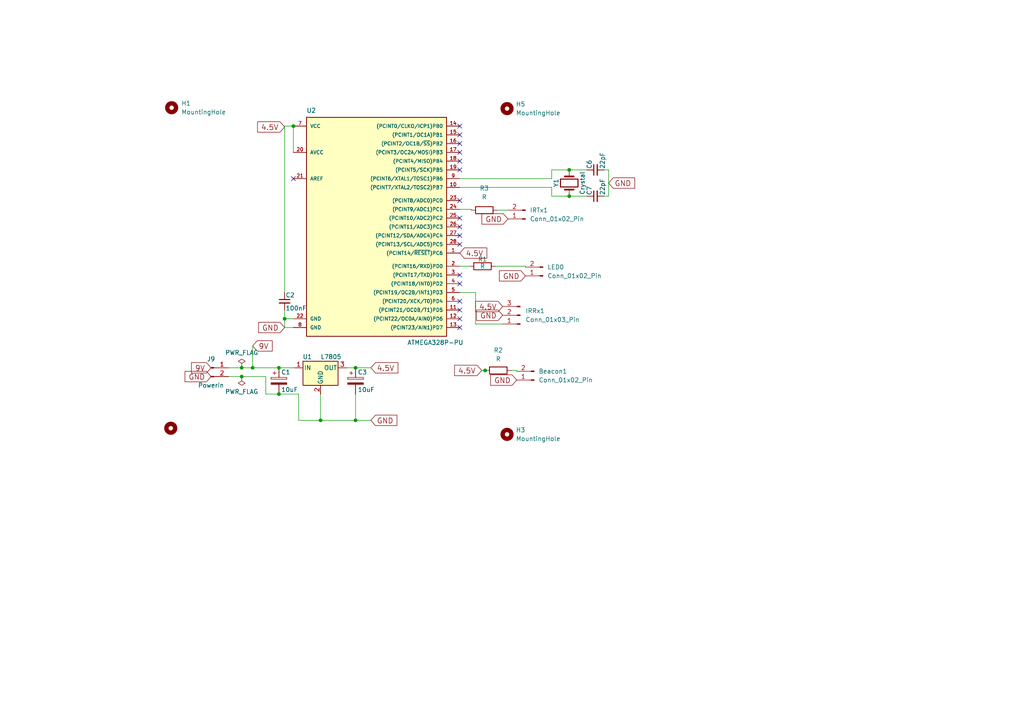
<source format=kicad_sch>
(kicad_sch (version 20250114) (generator "eeschema") (generator_version "9.0")
  (paper "A4")
  (lib_symbols
    (symbol "Connector:Conn_01x02_Pin" (pin_names (offset 1.016) (hide yes))
      (property "Reference" "J" (at 0 2.54 0))
      (property "Value" "Conn_01x02_Pin" (at 0 -5.08 0))
      (symbol "Conn_01x02_Pin_1_1"
        (rectangle (start 0.8636 0.127) (end 0 -0.127) (stroke (width 0.1524)) (fill (type outline)))
        (rectangle (start 0.8636 -2.413) (end 0 -2.667) (stroke (width 0.1524)) (fill (type outline)))
        (polyline (pts (xy 1.27 0) (xy 0.8636 0)) (stroke (width 0.1524)))
        (polyline (pts (xy 1.27 -2.54) (xy 0.8636 -2.54)) (stroke (width 0.1524)))
        (pin passive line (at 5.08 0 180) (length 3.81) (name "Pin_1") (number "1"))
        (pin passive line (at 5.08 -2.54 180) (length 3.81) (name "Pin_2") (number "2"))
      )
    )
    (symbol "Connector:Conn_01x03_Pin" (pin_names (offset 1.016) (hide yes))
      (property "Reference" "J" (at 0 5.08 0))
      (property "Value" "Conn_01x03_Pin" (at 0 -5.08 0))
      (symbol "Conn_01x03_Pin_1_1"
        (rectangle (start 0.8636 2.667) (end 0 2.413) (stroke (width 0.1524)) (fill (type outline)))
        (rectangle (start 0.8636 0.127) (end 0 -0.127) (stroke (width 0.1524)) (fill (type outline)))
        (rectangle (start 0.8636 -2.413) (end 0 -2.667) (stroke (width 0.1524)) (fill (type outline)))
        (polyline (pts (xy 1.27 2.54) (xy 0.8636 2.54)) (stroke (width 0.1524)))
        (polyline (pts (xy 1.27 0) (xy 0.8636 0)) (stroke (width 0.1524)))
        (polyline (pts (xy 1.27 -2.54) (xy 0.8636 -2.54)) (stroke (width 0.1524)))
        (pin passive line (at 5.08 2.54 180) (length 3.81) (name "Pin_1") (number "1"))
        (pin passive line (at 5.08 0 180) (length 3.81) (name "Pin_2") (number "2"))
        (pin passive line (at 5.08 -2.54 180) (length 3.81) (name "Pin_3") (number "3"))
      )
    )
    (symbol "Device:R" (pin_numbers (hide yes)) (pin_names (offset 0))
      (property "Reference" "R" (at 2.032 0 90))
      (property "Value" "R" (at 0 0 90))
      (symbol "R_0_1"
        (rectangle (start -1.016 -2.54) (end 1.016 2.54) (stroke (width 0.254)))
      )
      (symbol "R_1_1"
        (pin passive line (at 0 3.81 270) (length 1.27) (name "~") (number "1"))
        (pin passive line (at 0 -3.81 90) (length 1.27) (name "~") (number "2"))
      )
    )
    (symbol "Mechanical:MountingHole" (pin_names (offset 1.016)) (in_bom no)
      (property "Reference" "H" (at 0 5.08 0))
      (property "Value" "MountingHole" (at 0 3.175 0))
      (symbol "MountingHole_0_1"
        (circle (center 0 0) (radius 1.27) (stroke (width 1.27)))
      )
    )
    (symbol "custom:ATMEGA328P-PU" (pin_names (offset 1.016))
      (property "Reference" "U" (at -19.05 31.75 0))
      (property "Value" "ATMEGA328P-PU" (at 10.16 -35.56 0))
      (symbol "ATMEGA328P-PU_0_1"
        (rectangle (start -19.05 30.48) (end 21.59 -33.02) (stroke (width 0.254)) (fill (type background)))
      )
      (symbol "ATMEGA328P-PU_1_1"
        (pin power_in line (at -22.86 27.94 0) (length 3.81) (name "VCC") (number "7"))
        (pin power_in line (at -22.86 20.32 0) (length 3.81) (name "AVCC") (number "20"))
        (pin bidirectional line (at -22.86 12.7 0) (length 3.81) (name "AREF") (number "21"))
        (pin power_in line (at -22.86 -27.94 0) (length 3.81) (name "GND") (number "22"))
        (pin power_in line (at -22.86 -30.48 0) (length 3.81) (name "GND") (number "8"))
        (pin bidirectional line (at 25.4 27.94 180) (length 3.81) (name "(PCINT0/CLKO/ICP1)PB0") (number "14"))
        (pin bidirectional line (at 25.4 25.4 180) (length 3.81) (name "(PCINT1/OC1A)PB1") (number "15"))
        (pin bidirectional line (at 25.4 22.86 180) (length 3.81) (name "(PCINT2/OC1B/~{SS})PB2") (number "16"))
        (pin bidirectional line (at 25.4 20.32 180) (length 3.81) (name "(PCINT3/OC2A/MOSI)PB3") (number "17"))
        (pin bidirectional line (at 25.4 17.78 180) (length 3.81) (name "(PCINT4/MISO)PB4") (number "18"))
        (pin bidirectional line (at 25.4 15.24 180) (length 3.81) (name "(PCINT5/SCK)PB5") (number "19"))
        (pin bidirectional line (at 25.4 12.7 180) (length 3.81) (name "(PCINT6/XTAL1/TOSC1)PB6") (number "9"))
        (pin bidirectional line (at 25.4 10.16 180) (length 3.81) (name "(PCINT7/XTAL2/TOSC2)PB7") (number "10"))
        (pin bidirectional line (at 25.4 6.35 180) (length 3.81) (name "(PCINT8/ADC0)PC0") (number "23"))
        (pin bidirectional line (at 25.4 3.81 180) (length 3.81) (name "(PCINT9/ADC1)PC1") (number "24"))
        (pin bidirectional line (at 25.4 1.27 180) (length 3.81) (name "(PCINT10/ADC2)PC2") (number "25"))
        (pin bidirectional line (at 25.4 -1.27 180) (length 3.81) (name "(PCINT11/ADC3)PC3") (number "26"))
        (pin bidirectional line (at 25.4 -3.81 180) (length 3.81) (name "(PCINT12/SDA/ADC4)PC4") (number "27"))
        (pin bidirectional line (at 25.4 -6.35 180) (length 3.81) (name "(PCINT13/SCL/ADC5)PC5") (number "28"))
        (pin bidirectional line (at 25.4 -8.89 180) (length 3.81) (name "(PCINT14/~{RESET})PC6") (number "1"))
        (pin bidirectional line (at 25.4 -12.7 180) (length 3.81) (name "(PCINT16/RXD)PD0") (number "2"))
        (pin bidirectional line (at 25.4 -15.24 180) (length 3.81) (name "(PCINT17/TXD)PD1") (number "3"))
        (pin bidirectional line (at 25.4 -17.78 180) (length 3.81) (name "(PCINT18/INT0)PD2") (number "4"))
        (pin bidirectional line (at 25.4 -20.32 180) (length 3.81) (name "(PCINT19/OC2B/INT1)PD3") (number "5"))
        (pin bidirectional line (at 25.4 -22.86 180) (length 3.81) (name "(PCINT20/XCK/T0)PD4") (number "6"))
        (pin bidirectional line (at 25.4 -25.4 180) (length 3.81) (name "(PCINT21/OC0B/T1)PD5") (number "11"))
        (pin bidirectional line (at 25.4 -27.94 180) (length 3.81) (name "(PCINT22/OC0A/AIN0)PD6") (number "12"))
        (pin bidirectional line (at 25.4 -30.48 180) (length 3.81) (name "(PCINT23/AIN1)PD7") (number "13"))
      )
    )
    (symbol "custom:CP" (pin_numbers (hide yes)) (pin_names (offset 0.254))
      (property "Reference" "C" (at 0.635 2.54 0))
      (property "Value" "CP" (at 0.635 -2.54 0))
      (symbol "CP_0_1"
        (rectangle (start -2.286 0.508) (end -2.286 1.016))
        (rectangle (start -2.286 0.508) (end 2.286 0.508))
        (polyline (pts (xy -1.778 2.286) (xy -0.762 2.286)))
        (polyline (pts (xy -1.27 2.794) (xy -1.27 1.778)))
        (rectangle (start 2.286 1.016) (end -2.286 1.016))
        (rectangle (start 2.286 1.016) (end 2.286 0.508))
        (rectangle (start 2.286 -0.508) (end -2.286 -1.016) (fill (type outline)))
      )
      (symbol "CP_1_1"
        (pin passive line (at 0 3.81 270) (length 2.794) (name "~") (number "1"))
        (pin passive line (at 0 -3.81 90) (length 2.794) (name "~") (number "2"))
      )
    )
    (symbol "custom:C_Small" (pin_numbers (hide yes)) (pin_names (offset 0.254) (hide yes))
      (property "Reference" "C" (at 0.254 1.778 0))
      (property "Value" "C_Small" (at 0.254 -2.032 0))
      (symbol "C_Small_0_1"
        (polyline (pts (xy -1.524 0.508) (xy 1.524 0.508)) (stroke (width 0.3048)))
        (polyline (pts (xy -1.524 -0.508) (xy 1.524 -0.508)) (stroke (width 0.3302)))
      )
      (symbol "C_Small_1_1"
        (pin passive line (at 0 2.54 270) (length 2.032) (name "~") (number "1"))
        (pin passive line (at 0 -2.54 90) (length 2.032) (name "~") (number "2"))
      )
    )
    (symbol "custom:Conn_01x02_Male" (pin_names (offset 1.016) (hide yes))
      (property "Reference" "J" (at 0 2.54 0))
      (property "Value" "Conn_01x02_Male" (at 0 -5.08 0))
      (symbol "Conn_01x02_Male_1_1"
        (rectangle (start 0.8636 0.127) (end 0 -0.127) (stroke (width 0.1524)) (fill (type outline)))
        (rectangle (start 0.8636 -2.413) (end 0 -2.667) (stroke (width 0.1524)) (fill (type outline)))
        (polyline (pts (xy 1.27 0) (xy 0.8636 0)) (stroke (width 0.1524)))
        (polyline (pts (xy 1.27 -2.54) (xy 0.8636 -2.54)) (stroke (width 0.1524)))
        (pin passive line (at 5.08 0 180) (length 3.81) (name "Pin_1") (number "1"))
        (pin passive line (at 5.08 -2.54 180) (length 3.81) (name "Pin_2") (number "2"))
      )
    )
    (symbol "custom:Crystal" (pin_numbers (hide yes)) (pin_names (offset 1.016) (hide yes))
      (property "Reference" "Y" (at 0 3.81 0))
      (property "Value" "Crystal" (at 0 -3.81 0))
      (symbol "Crystal_0_1"
        (polyline (pts (xy -2.54 0) (xy -1.905 0)))
        (polyline (pts (xy -1.905 -1.27) (xy -1.905 1.27)) (stroke (width 0.508)))
        (rectangle (start -1.143 2.54) (end 1.143 -2.54) (stroke (width 0.3048)))
        (polyline (pts (xy 1.905 -1.27) (xy 1.905 1.27)) (stroke (width 0.508)))
        (polyline (pts (xy 2.54 0) (xy 1.905 0)))
      )
      (symbol "Crystal_1_1"
        (pin passive line (at -3.81 0 0) (length 1.27) (name "1") (number "1"))
        (pin passive line (at 3.81 0 180) (length 1.27) (name "2") (number "2"))
      )
    )
    (symbol "custom:L7805-Regulator_Linear" (pin_names (offset 0.254))
      (property "Reference" "U" (at -3.81 3.175 0))
      (property "Value" "L7805-Regulator_Linear" (at 0 3.175 0))
      (symbol "L7805-Regulator_Linear_0_1"
        (rectangle (start -5.08 1.905) (end 5.08 -5.08) (stroke (width 0.254)) (fill (type background)))
      )
      (symbol "L7805-Regulator_Linear_1_1"
        (pin power_in line (at -7.62 0 0) (length 2.54) (name "IN") (number "1"))
        (pin power_in line (at 0 -7.62 90) (length 2.54) (name "GND") (number "2"))
        (pin power_out line (at 7.62 0 180) (length 2.54) (name "OUT") (number "3"))
      )
    )
    (symbol "custom:PWR_FLAG" (power) (pin_numbers (hide yes)) (pin_names (offset 0) (hide yes))
      (property "Value" "PWR_FLAG" (at 0 3.81 0))
      (symbol "PWR_FLAG_0_0"
        (pin power_out line (at 0 0 90) (length 0) (name "pwr") (number "1"))
      )
      (symbol "PWR_FLAG_0_1"
        (polyline (pts (xy 0 0) (xy 0 1.27) (xy -1.016 1.905) (xy 0 2.54) (xy 1.016 1.905) (xy 0 1.27)))
      )
    )
  )
  (junction (at 85.09 36.576))
  (junction (at 165.1 56.896))
  (junction (at 165.1 49.276))
  (junction (at 80.899 106.68))
  (junction (at 70.104 106.68))
  (junction (at 80.899 114.3))
  (junction (at 103.124 106.68))
  (junction (at 103.124 121.92))
  (junction (at 82.55 92.456))
  (junction (at 92.964 121.92))
  (junction (at 73.279 106.68))
  (junction (at 140.716 107.442))
  (junction (at 70.104 109.22))
  (no_connect (at 133.35 63.246))
  (no_connect (at 133.35 82.296))
  (no_connect (at 133.35 36.576))
  (no_connect (at 133.35 79.756))
  (no_connect (at 133.35 94.996))
  (no_connect (at 133.35 39.116))
  (no_connect (at 85.09 51.816))
  (no_connect (at 133.35 58.166))
  (no_connect (at 133.35 70.866))
  (no_connect (at 133.35 44.196))
  (no_connect (at 133.35 46.736))
  (no_connect (at 133.35 49.276))
  (no_connect (at 133.35 92.456))
  (no_connect (at 133.35 68.326))
  (no_connect (at 133.35 89.916))
  (no_connect (at 133.35 65.786))
  (no_connect (at 133.35 87.376))
  (no_connect (at 133.35 41.656))
  (wire (pts (xy 103.124 121.92) (xy 107.569 121.92)))
  (wire (pts (xy 82.55 36.576) (xy 82.55 84.836)))
  (wire (pts (xy 80.899 106.68) (xy 85.344 106.68)))
  (wire (pts (xy 133.35 77.216) (xy 136.144 77.216)))
  (wire (pts (xy 160.02 51.816) (xy 160.02 49.276)))
  (wire (pts (xy 85.09 92.456) (xy 82.55 92.456)))
  (wire (pts (xy 73.279 106.68) (xy 73.279 100.33)))
  (wire (pts (xy 92.964 121.92) (xy 103.124 121.92)))
  (wire (pts (xy 86.614 121.92) (xy 92.964 121.92)))
  (wire (pts (xy 133.35 54.356) (xy 160.02 54.356)))
  (wire (pts (xy 165.1 56.896) (xy 170.18 56.896)))
  (wire (pts (xy 160.02 54.356) (xy 160.02 56.896)))
  (wire (pts (xy 133.35 60.706) (xy 136.652 60.706)))
  (wire (pts (xy 139.7 107.442) (xy 140.716 107.442)))
  (wire (pts (xy 144.272 60.96) (xy 147.32 60.96)))
  (wire (pts (xy 165.1 49.276) (xy 170.18 49.276)))
  (wire (pts (xy 148.336 107.442) (xy 149.86 107.442)))
  (wire (pts (xy 137.922 93.98) (xy 145.796 93.98)))
  (wire (pts (xy 137.922 84.836) (xy 137.922 93.98)))
  (wire (pts (xy 149.86 107.442) (xy 149.86 107.696)))
  (wire (pts (xy 66.294 106.68) (xy 70.104 106.68)))
  (wire (pts (xy 133.35 51.816) (xy 160.02 51.816)))
  (wire (pts (xy 103.124 114.3) (xy 103.124 121.92)))
  (wire (pts (xy 100.584 106.68) (xy 103.124 106.68)))
  (wire (pts (xy 136.652 60.706) (xy 136.652 60.96)))
  (wire (pts (xy 175.26 49.276) (xy 176.53 49.276)))
  (wire (pts (xy 160.02 56.896) (xy 165.1 56.896)))
  (wire (pts (xy 80.899 114.3) (xy 86.614 114.3)))
  (wire (pts (xy 176.53 49.276) (xy 176.53 56.896)))
  (wire (pts (xy 82.55 92.456) (xy 82.55 94.996)))
  (wire (pts (xy 66.294 109.22) (xy 70.104 109.22)))
  (wire (pts (xy 70.104 109.22) (xy 77.089 109.22)))
  (wire (pts (xy 103.124 106.68) (xy 107.569 106.68)))
  (wire (pts (xy 133.35 84.836) (xy 137.922 84.836)))
  (wire (pts (xy 82.55 94.996) (xy 85.09 94.996)))
  (wire (pts (xy 160.02 49.276) (xy 165.1 49.276)))
  (wire (pts (xy 77.089 114.3) (xy 80.899 114.3)))
  (wire (pts (xy 82.55 36.576) (xy 85.09 36.576)))
  (wire (pts (xy 143.764 77.216) (xy 152.4 77.216)))
  (wire (pts (xy 85.09 36.576) (xy 85.09 44.196)))
  (wire (pts (xy 82.55 89.916) (xy 82.55 92.456)))
  (wire (pts (xy 92.964 121.92) (xy 92.964 114.3)))
  (wire (pts (xy 86.614 114.3) (xy 86.614 121.92)))
  (wire (pts (xy 176.53 56.896) (xy 175.26 56.896)))
  (wire (pts (xy 140.716 107.442) (xy 140.97 107.442)))
  (wire (pts (xy 77.089 109.22) (xy 77.089 114.3)))
  (wire (pts (xy 152.4 77.216) (xy 152.4 77.47)))
  (wire (pts (xy 70.104 106.68) (xy 73.279 106.68)))
  (wire (pts (xy 73.279 106.68) (xy 80.899 106.68)))
  (global_label "GND" (shape input) (at 147.32 63.5 180) (effects (font (size 1.524 1.524))) (property "Intersheetrefs" "${INTERSHEET_REFS}" (effects (hide yes))))
  (global_label "4.5V" (shape input) (at 133.35 73.406 0) (effects (font (size 1.524 1.524))) (property "Intersheetrefs" "${INTERSHEET_REFS}" (effects (hide yes))))
  (global_label "GND" (shape input) (at 107.569 121.92 0) (effects (font (size 1.524 1.524))) (property "Intersheetrefs" "${INTERSHEET_REFS}" (effects (hide yes))))
  (global_label "GND" (shape input) (at 149.86 110.236 180) (effects (font (size 1.524 1.524))) (property "Intersheetrefs" "${INTERSHEET_REFS}" (effects (hide yes))))
  (global_label "9V" (shape input) (at 61.214 106.68 180) (effects (font (size 1.524 1.524))) (property "Intersheetrefs" "${INTERSHEET_REFS}" (effects (hide yes))))
  (global_label "GND" (shape input) (at 152.4 80.01 180) (effects (font (size 1.524 1.524))) (property "Intersheetrefs" "${INTERSHEET_REFS}" (effects (hide yes))))
  (global_label "4.5V" (shape input) (at 107.569 106.68 0) (effects (font (size 1.524 1.524))) (property "Intersheetrefs" "${INTERSHEET_REFS}" (effects (hide yes))))
  (global_label "4.5V" (shape input) (at 139.7 107.442 180) (effects (font (size 1.524 1.524))) (property "Intersheetrefs" "${INTERSHEET_REFS}" (effects (hide yes))))
  (global_label "4.5V" (shape input) (at 82.55 36.83 180) (effects (font (size 1.524 1.524))) (property "Intersheetrefs" "${INTERSHEET_REFS}" (effects (hide yes))))
  (global_label "GND" (shape input) (at 145.796 91.44 180) (effects (font (size 1.524 1.524))) (property "Intersheetrefs" "${INTERSHEET_REFS}" (effects (hide yes))))
  (global_label "9V" (shape input) (at 73.279 100.33 0) (effects (font (size 1.524 1.524))) (property "Intersheetrefs" "${INTERSHEET_REFS}" (effects (hide yes))))
  (global_label "GND" (shape input) (at 82.55 94.996 180) (effects (font (size 1.524 1.524))) (property "Intersheetrefs" "${INTERSHEET_REFS}" (effects (hide yes))))
  (global_label "GND" (shape input) (at 176.53 53.086 0) (effects (font (size 1.524 1.524))) (property "Intersheetrefs" "${INTERSHEET_REFS}" (effects (hide yes))))
  (global_label "4.5V" (shape input) (at 145.796 88.9 180) (effects (font (size 1.524 1.524))) (property "Intersheetrefs" "${INTERSHEET_REFS}" (effects (hide yes))))
  (global_label "GND" (shape input) (at 61.214 109.22 180) (effects (font (size 1.524 1.524))) (property "Intersheetrefs" "${INTERSHEET_REFS}" (effects (hide yes))))
  (symbol (lib_id "custom:Conn_01x02_Male") (at 61.214 106.68 0) (unit 1)
    (property "Reference" "J9" (at 61.214 104.14 0))
    (property "Value" "PowerIn" (at 61.214 111.76 0))
    (property "Footprint" "Connector_JST:JST_EH_B2B-EH-A_1x02_P2.50mm_Vertical" (effects (hide yes)))
  )
  (symbol (lib_id "custom:CP") (at 80.899 110.49 0) (unit 1)
    (property "Reference" "C1" (at 81.534 107.95 0) (effects (justify left)))
    (property "Value" "10uF" (at 81.534 113.03 0) (effects (justify left)))
    (property "Footprint" "Capacitor_THT:CP_Radial_D4.0mm_P2.00mm" (effects (hide yes)))
  )
  (symbol (lib_id "Device:R") (at 140.462 60.96 90) (unit 1)
    (property "Reference" "R3" (at 140.462 54.61 90))
    (property "Value" "R" (at 140.462 57.15 90))
    (property "Footprint" "Resistor_THT:R_Axial_DIN0207_L6.3mm_D2.5mm_P7.62mm_Horizontal" (effects (hide yes)))
    (property "Description" "Resistor" (effects (hide yes)))
  )
  (symbol (lib_id "Mechanical:MountingHole") (at 49.53 124.206 0) (unit 1) (in_bom no)
    (property "Reference" "H4" (effects (hide yes)))
    (property "Value" "MountingHole" (effects (hide yes)))
    (property "Footprint" "MountingHole:MountingHole_3mm" (effects (hide yes)))
    (property "Description" "Mounting Hole without connection" (effects (hide yes)))
  )
  (symbol (lib_id "Mechanical:MountingHole") (at 147.066 125.984 0) (unit 1) (in_bom no)
    (property "Reference" "H3" (at 149.606 124.7139 0) (effects (justify left)))
    (property "Value" "MountingHole" (at 149.606 127.2539 0) (effects (justify left)))
    (property "Footprint" "MountingHole:MountingHole_3mm" (effects (hide yes)))
    (property "Description" "Mounting Hole without connection" (effects (hide yes)))
  )
  (symbol (lib_id "Mechanical:MountingHole") (at 147.066 31.496 0) (unit 1) (in_bom no)
    (property "Reference" "H5" (at 149.606 30.2259 0) (effects (justify left)))
    (property "Value" "MountingHole" (at 149.606 32.7659 0) (effects (justify left)))
    (property "Footprint" "MountingHole:MountingHole_3mm" (effects (hide yes)))
    (property "Description" "Mounting Hole without connection" (effects (hide yes)))
  )
  (symbol (lib_id "custom:L7805-Regulator_Linear") (at 92.964 106.68 0) (unit 1)
    (property "Reference" "U1" (at 89.154 103.505 0))
    (property "Value" "L7805" (at 92.964 103.505 0) (effects (justify left)))
    (property "Footprint" "custom:L7805CV" (effects (hide yes)))
  )
  (symbol (lib_id "Connector:Conn_01x02_Pin") (at 154.94 110.236 180) (unit 1)
    (property "Reference" "Beacon1" (at 156.21 107.6959 0) (effects (justify right)))
    (property "Value" "Conn_01x02_Pin" (at 156.21 110.2359 0) (effects (justify right)))
    (property "Footprint" "Connector_JST:JST_EH_B2B-EH-A_1x02_P2.50mm_Vertical" (effects (hide yes)))
    (property "Description" "Generic connector, single row, 01x02, script generated" (effects (hide yes)))
  )
  (symbol (lib_id "custom:C_Small") (at 172.72 49.276 90) (unit 1)
    (property "Reference" "C6" (at 170.942 49.022 0) (effects (justify left)))
    (property "Value" "22pF" (at 174.752 49.022 0) (effects (justify left)))
    (property "Footprint" "Capacitor_THT:C_Disc_D5.0mm_W2.5mm_P2.50mm" (effects (hide yes)))
  )
  (symbol (lib_id "Mechanical:MountingHole") (at 49.784 31.242 0) (unit 1) (in_bom no)
    (property "Reference" "H1" (at 52.578 29.9719 0) (effects (justify left)))
    (property "Value" "MountingHole" (at 52.578 32.5119 0) (effects (justify left)))
    (property "Footprint" "MountingHole:MountingHole_3mm" (effects (hide yes)))
    (property "Description" "Mounting Hole without connection" (effects (hide yes)))
  )
  (symbol (lib_id "Connector:Conn_01x02_Pin") (at 157.48 80.01 180) (unit 1)
    (property "Reference" "LED0" (at 158.75 77.4699 0) (effects (justify right)))
    (property "Value" "Conn_01x02_Pin" (at 158.75 80.0099 0) (effects (justify right)))
    (property "Footprint" "Connector_JST:JST_EH_B2B-EH-A_1x02_P2.50mm_Vertical" (effects (hide yes)))
    (property "Description" "Generic connector, single row, 01x02, script generated" (effects (hide yes)))
  )
  (symbol (lib_id "custom:CP") (at 103.124 110.49 0) (unit 1)
    (property "Reference" "C3" (at 103.759 107.95 0) (effects (justify left)))
    (property "Value" "10uF" (at 103.759 113.03 0) (effects (justify left)))
    (property "Footprint" "Capacitor_THT:CP_Radial_D4.0mm_P2.00mm" (effects (hide yes)))
  )
  (symbol (lib_id "Device:R") (at 139.954 77.216 90) (unit 1)
    (property "Reference" "R1" (at 139.954 75.184 90))
    (property "Value" "R" (at 139.954 77.216 90))
    (property "Footprint" "Resistor_THT:R_Axial_DIN0207_L6.3mm_D2.5mm_P7.62mm_Horizontal" (effects (hide yes)))
  )
  (symbol (lib_id "Device:R") (at 144.526 107.442 90) (unit 1)
    (property "Reference" "R2" (at 144.526 101.6 90))
    (property "Value" "R" (at 144.526 104.14 90))
    (property "Footprint" "Resistor_THT:R_Axial_DIN0207_L6.3mm_D2.5mm_P7.62mm_Horizontal" (effects (hide yes)))
    (property "Description" "Resistor" (effects (hide yes)))
  )
  (symbol (lib_id "Connector:Conn_01x03_Pin") (at 150.876 91.44 180) (unit 1)
    (property "Reference" "IRRx1" (at 152.4 90.1699 0) (effects (justify right)))
    (property "Value" "Conn_01x03_Pin" (at 152.4 92.7099 0) (effects (justify right)))
    (property "Footprint" "Connector_JST:JST_EH_B3B-EH-A_1x03_P2.50mm_Vertical" (effects (hide yes)))
    (property "Description" "Generic connector, single row, 01x03, script generated" (effects (hide yes)))
  )
  (symbol (lib_id "custom:C_Small") (at 82.55 87.376 0) (unit 1)
    (property "Reference" "C2" (at 82.804 85.598 0) (effects (justify left)))
    (property "Value" "100nF" (at 82.804 89.408 0) (effects (justify left)))
    (property "Footprint" "Capacitor_THT:C_Disc_D5.0mm_W2.5mm_P2.50mm" (effects (hide yes)))
  )
  (symbol (lib_id "custom:PWR_FLAG") (at 70.104 106.68 0) (unit 1)
    (property "Reference" "#FLG01" (effects (hide yes)))
    (property "Value" "PWR_FLAG" (at 70.104 102.2858 0))
  )
  (symbol (lib_id "custom:C_Small") (at 172.72 56.896 90) (unit 1)
    (property "Reference" "C7" (at 170.942 56.642 0) (effects (justify left)))
    (property "Value" "22pF" (at 174.752 56.642 0) (effects (justify left)))
    (property "Footprint" "Capacitor_THT:C_Disc_D5.0mm_W2.5mm_P2.50mm" (effects (hide yes)))
  )
  (symbol (lib_id "custom:ATMEGA328P-PU") (at 107.95 64.516 0) (unit 1)
    (property "Reference" "U2" (at 88.9 32.766 0) (effects (justify left bottom)))
    (property "Value" "ATMEGA328P-PU" (at 118.11 100.076 0) (effects (justify left bottom)))
    (property "Footprint" "Package_DIP:DIP-28_W7.62mm" (effects (hide yes)))
  )
  (symbol (lib_id "custom:PWR_FLAG") (at 70.104 109.22 180) (unit 1)
    (property "Reference" "#FLG02" (effects (hide yes)))
    (property "Value" "PWR_FLAG" (at 70.104 113.6142 0))
  )
  (symbol (lib_id "Connector:Conn_01x02_Pin") (at 152.4 63.5 180) (unit 1)
    (property "Reference" "IRTx1" (at 153.67 60.9599 0) (effects (justify right)))
    (property "Value" "Conn_01x02_Pin" (at 153.67 63.4999 0) (effects (justify right)))
    (property "Footprint" "Connector_JST:JST_EH_B2B-EH-A_1x02_P2.50mm_Vertical" (effects (hide yes)))
    (property "Description" "Generic connector, single row, 01x02, script generated" (effects (hide yes)))
  )
  (symbol (lib_id "custom:Crystal") (at 165.1 53.086 90) (unit 1)
    (property "Reference" "Y1" (at 161.29 53.086 0))
    (property "Value" "Crystal" (at 168.91 53.086 0))
    (property "Footprint" "Crystal:Crystal_HC49-U_Vertical" (effects (hide yes)))
  )
)
</source>
